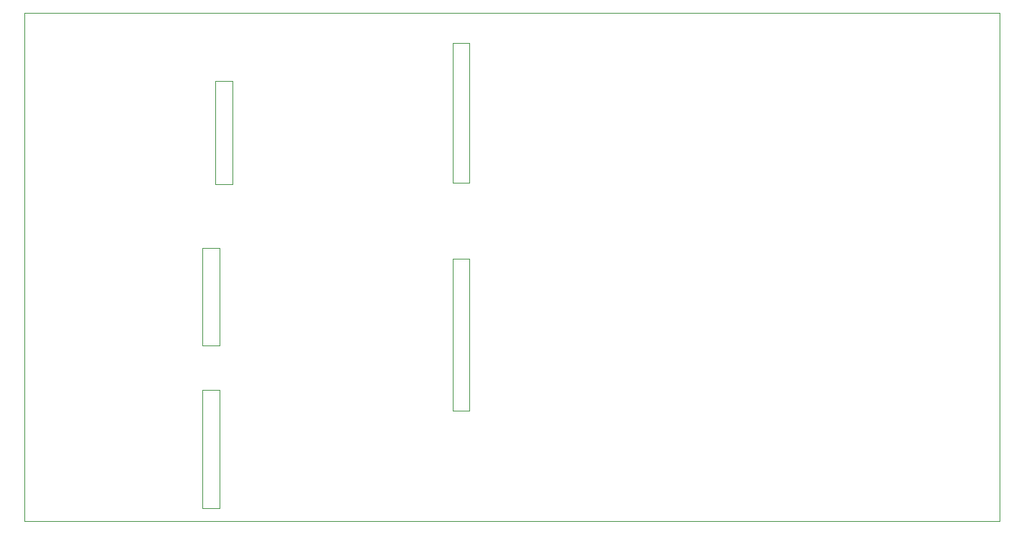
<source format=gbr>
%TF.GenerationSoftware,KiCad,Pcbnew,9.0.0*%
%TF.CreationDate,2025-07-11T04:59:07+08:00*%
%TF.ProjectId,tsal_g_v4.zip,7473616c-5f67-45f7-9634-2e7a69702e6b,rev?*%
%TF.SameCoordinates,Original*%
%TF.FileFunction,Profile,NP*%
%FSLAX46Y46*%
G04 Gerber Fmt 4.6, Leading zero omitted, Abs format (unit mm)*
G04 Created by KiCad (PCBNEW 9.0.0) date 2025-07-11 04:59:07*
%MOMM*%
%LPD*%
G01*
G04 APERTURE LIST*
%TA.AperFunction,Profile*%
%ADD10C,0.050000*%
%TD*%
G04 APERTURE END LIST*
D10*
X107000000Y-56500000D02*
X109000000Y-56500000D01*
X109000000Y-73000000D01*
X107000000Y-73000000D01*
X107000000Y-56500000D01*
X77500000Y-80750000D02*
X79500000Y-80750000D01*
X79500000Y-92250000D01*
X77500000Y-92250000D01*
X77500000Y-80750000D01*
X77500000Y-97500000D02*
X79500000Y-97500000D01*
X79500000Y-111500000D01*
X77500000Y-111500000D01*
X77500000Y-97500000D01*
X107000000Y-82000000D02*
X109000000Y-82000000D01*
X109000000Y-100000000D01*
X107000000Y-100000000D01*
X107000000Y-82000000D01*
X79000000Y-61000000D02*
X81000000Y-61000000D01*
X81000000Y-73250000D01*
X79000000Y-73250000D01*
X79000000Y-61000000D01*
X56500000Y-53000000D02*
X171500000Y-53000000D01*
X171500000Y-113000000D01*
X56500000Y-113000000D01*
X56500000Y-53000000D01*
M02*

</source>
